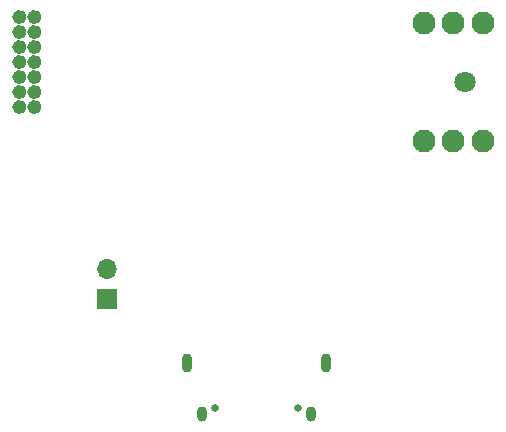
<source format=gbr>
%TF.GenerationSoftware,KiCad,Pcbnew,7.0.6*%
%TF.CreationDate,2023-08-07T11:18:25-05:00*%
%TF.ProjectId,mainv2,6d61696e-7632-42e6-9b69-6361645f7063,rev?*%
%TF.SameCoordinates,Original*%
%TF.FileFunction,Soldermask,Bot*%
%TF.FilePolarity,Negative*%
%FSLAX46Y46*%
G04 Gerber Fmt 4.6, Leading zero omitted, Abs format (unit mm)*
G04 Created by KiCad (PCBNEW 7.0.6) date 2023-08-07 11:18:25*
%MOMM*%
%LPD*%
G01*
G04 APERTURE LIST*
%ADD10C,0.622000*%
%ADD11C,1.800000*%
%ADD12C,1.950000*%
%ADD13R,1.700000X1.700000*%
%ADD14O,1.700000X1.700000*%
%ADD15C,0.650000*%
%ADD16O,0.900000X1.600000*%
%ADD17O,0.900000X1.300000*%
G04 APERTURE END LIST*
%TO.C,J4*%
D10*
X134621000Y-93570000D02*
G75*
G03*
X134621000Y-93570000I-311000J0D01*
G01*
X135891000Y-93570000D02*
G75*
G03*
X135891000Y-93570000I-311000J0D01*
G01*
X134621000Y-92300000D02*
G75*
G03*
X134621000Y-92300000I-311000J0D01*
G01*
X135891000Y-92300000D02*
G75*
G03*
X135891000Y-92300000I-311000J0D01*
G01*
X134621000Y-91030000D02*
G75*
G03*
X134621000Y-91030000I-311000J0D01*
G01*
X135891000Y-91030000D02*
G75*
G03*
X135891000Y-91030000I-311000J0D01*
G01*
X134621000Y-89760000D02*
G75*
G03*
X134621000Y-89760000I-311000J0D01*
G01*
X135891000Y-89760000D02*
G75*
G03*
X135891000Y-89760000I-311000J0D01*
G01*
X134621000Y-88490000D02*
G75*
G03*
X134621000Y-88490000I-311000J0D01*
G01*
X135891000Y-88490000D02*
G75*
G03*
X135891000Y-88490000I-311000J0D01*
G01*
X134621000Y-87220000D02*
G75*
G03*
X134621000Y-87220000I-311000J0D01*
G01*
X135891000Y-87220000D02*
G75*
G03*
X135891000Y-87220000I-311000J0D01*
G01*
X134621000Y-85950000D02*
G75*
G03*
X134621000Y-85950000I-311000J0D01*
G01*
X135891000Y-85950000D02*
G75*
G03*
X135891000Y-85950000I-311000J0D01*
G01*
%TD*%
D11*
%TO.C,S1*%
X172030000Y-91480000D03*
D12*
X173530000Y-86480000D03*
X171030000Y-86480000D03*
X168530000Y-86480000D03*
X168530000Y-96480000D03*
X171030000Y-96480000D03*
X173530000Y-96480000D03*
%TD*%
D13*
%TO.C,J2*%
X141720000Y-109800000D03*
D14*
X141720000Y-107260000D03*
%TD*%
D15*
%TO.C,J1*%
X157880000Y-119090000D03*
X150880000Y-119090000D03*
D16*
X160300000Y-115240000D03*
X148460000Y-115240000D03*
D17*
X159030000Y-119560000D03*
X149730000Y-119560000D03*
%TD*%
M02*

</source>
